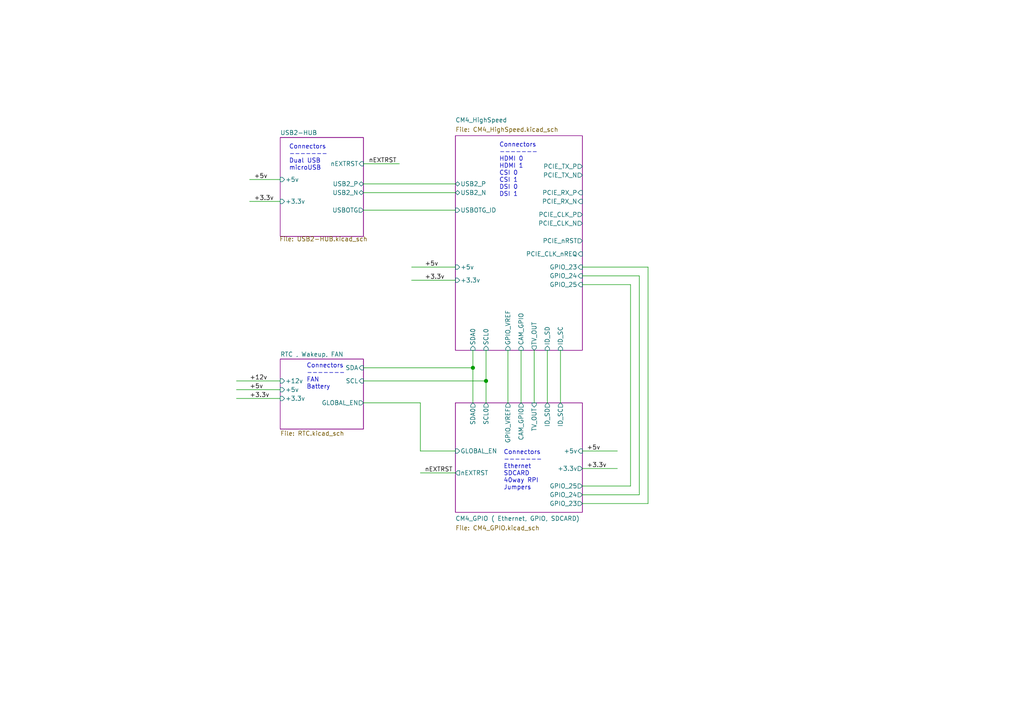
<source format=kicad_sch>
(kicad_sch
	(version 20250114)
	(generator "eeschema")
	(generator_version "9.0")
	(uuid "e63e39d7-6ac0-4ffd-8aa3-1841a4541b55")
	(paper "A4")
	(title_block
		(title "NFC terminal carreir board")
		(date "2025-08-16")
		(rev "1")
		(company "Grigorii Merkushev (aka brushknight)")
		(comment 1 "brushknight.com")
	)
	(lib_symbols)
	(text "Connectors\n-------\nFAN\nBattery"
		(exclude_from_sim no)
		(at 88.9 113.03 0)
		(effects
			(font
				(size 1.27 1.27)
			)
			(justify left bottom)
		)
		(uuid "0c30a4be-5679-499f-8c5b-5f3024f9d6cf")
	)
	(text "Connectors\n-------\nDual USB\nmicroUSB"
		(exclude_from_sim no)
		(at 83.82 49.53 0)
		(effects
			(font
				(size 1.27 1.27)
			)
			(justify left bottom)
		)
		(uuid "4dc6088c-89a5-4db7-b3ae-db4b6396ad49")
	)
	(text "Connectors\n-------\nEthernet\nSDCARD\n40way RPI\nJumpers"
		(exclude_from_sim no)
		(at 146.05 142.24 0)
		(effects
			(font
				(size 1.27 1.27)
			)
			(justify left bottom)
		)
		(uuid "a501555e-bbc7-4b58-ad89-28a0cd3dd6d0")
	)
	(text "Connectors\n-------\nHDMI 0\nHDMI 1\nCSI 0\nCSI 1\nDSI 0\nDSI 1"
		(exclude_from_sim no)
		(at 144.78 57.15 0)
		(effects
			(font
				(size 1.27 1.27)
			)
			(justify left bottom)
		)
		(uuid "db83d0af-e085-4050-8496-fa2ebdecbd62")
	)
	(junction
		(at 140.97 110.49)
		(diameter 1.016)
		(color 0 0 0 0)
		(uuid "87c78429-be2b-40ed-8d3b-56cb9666a56f")
	)
	(junction
		(at 137.16 106.68)
		(diameter 1.016)
		(color 0 0 0 0)
		(uuid "99030c03-63b4-49ba-b5ab-4d56974f7963")
	)
	(wire
		(pts
			(xy 81.28 52.07) (xy 72.39 52.07)
		)
		(stroke
			(width 0)
			(type solid)
		)
		(uuid "02165243-61a3-4857-84ba-71a77cb9a387")
	)
	(wire
		(pts
			(xy 105.41 47.498) (xy 115.824 47.498)
		)
		(stroke
			(width 0)
			(type solid)
		)
		(uuid "0f3c9e3a-9c59-4881-b27a-d0e982b3ea8e")
	)
	(wire
		(pts
			(xy 168.91 143.51) (xy 185.42 143.51)
		)
		(stroke
			(width 0)
			(type default)
		)
		(uuid "1526de64-0f7c-498d-b02d-da5355fec6ca")
	)
	(wire
		(pts
			(xy 185.42 143.51) (xy 185.42 80.01)
		)
		(stroke
			(width 0)
			(type default)
		)
		(uuid "16665491-51ff-458f-b963-7f718ae1e0d7")
	)
	(wire
		(pts
			(xy 151.13 116.84) (xy 151.13 101.6)
		)
		(stroke
			(width 0)
			(type solid)
		)
		(uuid "29256b3d-9450-4c0a-a4d4-911f04b9c140")
	)
	(wire
		(pts
			(xy 137.16 101.6) (xy 137.16 106.68)
		)
		(stroke
			(width 0)
			(type solid)
		)
		(uuid "2bef89de-08c7-4a13-9d85-67948d429ca0")
	)
	(wire
		(pts
			(xy 162.56 116.84) (xy 162.56 101.6)
		)
		(stroke
			(width 0)
			(type solid)
		)
		(uuid "2d6718e7-f18d-444d-9792-ddf1a113460c")
	)
	(wire
		(pts
			(xy 147.32 101.6) (xy 147.32 116.84)
		)
		(stroke
			(width 0)
			(type solid)
		)
		(uuid "37e4dc66-4492-4061-908d-7213940a2ec3")
	)
	(wire
		(pts
			(xy 168.91 135.89) (xy 179.07 135.89)
		)
		(stroke
			(width 0)
			(type solid)
		)
		(uuid "43891a3c-749f-498d-ba99-685a27689b0d")
	)
	(wire
		(pts
			(xy 105.41 55.88) (xy 132.08 55.88)
		)
		(stroke
			(width 0)
			(type solid)
		)
		(uuid "46cfd089-6873-4d8b-89af-02ff30e49472")
	)
	(wire
		(pts
			(xy 140.97 110.49) (xy 140.97 101.6)
		)
		(stroke
			(width 0)
			(type solid)
		)
		(uuid "483f60da-14d7-4f88-8d01-3f9f30784c70")
	)
	(wire
		(pts
			(xy 105.41 110.49) (xy 140.97 110.49)
		)
		(stroke
			(width 0)
			(type solid)
		)
		(uuid "68b52f01-fa04-4908-bf88-60c62ace1cfa")
	)
	(wire
		(pts
			(xy 137.16 106.68) (xy 137.16 116.84)
		)
		(stroke
			(width 0)
			(type solid)
		)
		(uuid "6ca3c38c-4e71-4202-b6c1-1b25f04a27ae")
	)
	(wire
		(pts
			(xy 168.91 140.97) (xy 182.88 140.97)
		)
		(stroke
			(width 0)
			(type default)
		)
		(uuid "6ef31014-424e-4a90-949c-6dbefd3f284c")
	)
	(wire
		(pts
			(xy 185.42 80.01) (xy 168.91 80.01)
		)
		(stroke
			(width 0)
			(type default)
		)
		(uuid "775bc5ad-4be4-4cf6-a472-66f47efdc27f")
	)
	(wire
		(pts
			(xy 119.38 77.47) (xy 132.08 77.47)
		)
		(stroke
			(width 0)
			(type solid)
		)
		(uuid "7e969d15-6cc0-4258-8b27-586608a21adb")
	)
	(wire
		(pts
			(xy 81.28 58.42) (xy 72.39 58.42)
		)
		(stroke
			(width 0)
			(type solid)
		)
		(uuid "825c70b0-4860-42b7-97dc-86bfa46e06fd")
	)
	(wire
		(pts
			(xy 105.41 106.68) (xy 137.16 106.68)
		)
		(stroke
			(width 0)
			(type solid)
		)
		(uuid "9d984d1b-8097-407f-92f3-3ef68867dcfa")
	)
	(wire
		(pts
			(xy 168.91 146.05) (xy 187.96 146.05)
		)
		(stroke
			(width 0)
			(type default)
		)
		(uuid "9de9bc31-f267-4609-ac47-98a79cadbefe")
	)
	(wire
		(pts
			(xy 68.58 113.03) (xy 81.28 113.03)
		)
		(stroke
			(width 0)
			(type solid)
		)
		(uuid "9ff4672a-e1a4-4a1e-887d-1b9a3429d278")
	)
	(wire
		(pts
			(xy 158.75 101.6) (xy 158.75 116.84)
		)
		(stroke
			(width 0)
			(type solid)
		)
		(uuid "b603d26a-e034-42fb-8327-b60c5bf9cdd2")
	)
	(wire
		(pts
			(xy 105.41 116.84) (xy 121.92 116.84)
		)
		(stroke
			(width 0)
			(type solid)
		)
		(uuid "b8c83ad1-b3c9-495c-bdc6-62dead00f5ad")
	)
	(wire
		(pts
			(xy 154.94 116.84) (xy 154.94 101.6)
		)
		(stroke
			(width 0)
			(type solid)
		)
		(uuid "b994142f-02ac-4881-9587-6d3df53c96d2")
	)
	(wire
		(pts
			(xy 105.41 60.96) (xy 132.08 60.96)
		)
		(stroke
			(width 0)
			(type solid)
		)
		(uuid "bb4f0314-c44c-4dda-b85c-537120eaae9a")
	)
	(wire
		(pts
			(xy 81.28 115.57) (xy 68.58 115.57)
		)
		(stroke
			(width 0)
			(type solid)
		)
		(uuid "bbb15673-6d42-42b8-9d51-7515b3ad9ee9")
	)
	(wire
		(pts
			(xy 182.88 140.97) (xy 182.88 82.55)
		)
		(stroke
			(width 0)
			(type default)
		)
		(uuid "bc21e09b-67f7-47b6-a7e9-e989e0e2d8bc")
	)
	(wire
		(pts
			(xy 132.08 81.28) (xy 119.38 81.28)
		)
		(stroke
			(width 0)
			(type solid)
		)
		(uuid "cb868d2e-5efb-4bfb-8796-88435b326918")
	)
	(wire
		(pts
			(xy 179.07 130.81) (xy 168.91 130.81)
		)
		(stroke
			(width 0)
			(type solid)
		)
		(uuid "cbc539d2-6a10-4052-9b7a-f10326dcac67")
	)
	(wire
		(pts
			(xy 187.96 77.47) (xy 168.91 77.47)
		)
		(stroke
			(width 0)
			(type default)
		)
		(uuid "cce492b9-2b0d-4e6d-96f3-a18f5fdfaf4d")
	)
	(wire
		(pts
			(xy 187.96 146.05) (xy 187.96 77.47)
		)
		(stroke
			(width 0)
			(type default)
		)
		(uuid "d2ae5582-adae-46df-b302-34e763efcecb")
	)
	(wire
		(pts
			(xy 105.41 53.34) (xy 132.08 53.34)
		)
		(stroke
			(width 0)
			(type solid)
		)
		(uuid "e83e0227-ac0f-4180-82bd-68d3a7b56476")
	)
	(wire
		(pts
			(xy 68.58 110.49) (xy 81.28 110.49)
		)
		(stroke
			(width 0)
			(type solid)
		)
		(uuid "edc9ab4f-487a-48dc-95f2-4d87f0e9cf9e")
	)
	(wire
		(pts
			(xy 121.92 137.16) (xy 132.08 137.16)
		)
		(stroke
			(width 0)
			(type solid)
		)
		(uuid "f022716e-b121-4cbf-a833-20e924070c22")
	)
	(wire
		(pts
			(xy 121.92 130.81) (xy 121.92 116.84)
		)
		(stroke
			(width 0)
			(type solid)
		)
		(uuid "f1dd8642-b405-490b-a449-d1cc5797fda8")
	)
	(wire
		(pts
			(xy 182.88 82.55) (xy 168.91 82.55)
		)
		(stroke
			(width 0)
			(type default)
		)
		(uuid "f4170ac0-8886-416f-80ee-d890c4a2d9ec")
	)
	(wire
		(pts
			(xy 140.97 116.84) (xy 140.97 110.49)
		)
		(stroke
			(width 0)
			(type solid)
		)
		(uuid "fb03d859-dcc9-4533-b352-64830e0e5423")
	)
	(wire
		(pts
			(xy 132.08 130.81) (xy 121.92 130.81)
		)
		(stroke
			(width 0)
			(type solid)
		)
		(uuid "fc0a4225-db46-4d48-8163-d522602d57cd")
	)
	(label "+12v"
		(at 72.39 110.49 0)
		(effects
			(font
				(size 1.27 1.27)
			)
			(justify left bottom)
		)
		(uuid "4d609e7c-74c9-4ae9-a26d-946ff00c167d")
	)
	(label "+5v"
		(at 170.18 130.81 0)
		(effects
			(font
				(size 1.27 1.27)
			)
			(justify left bottom)
		)
		(uuid "55992e35-fe7b-468a-9b7a-1e4dc931b904")
	)
	(label "+5v"
		(at 123.19 77.47 0)
		(effects
			(font
				(size 1.27 1.27)
			)
			(justify left bottom)
		)
		(uuid "5740c959-93d8-47fd-8f68-62f0109e753d")
	)
	(label "+5v"
		(at 72.39 113.03 0)
		(effects
			(font
				(size 1.27 1.27)
			)
			(justify left bottom)
		)
		(uuid "786b6072-5772-4bc1-8eeb-6c4e19f2a91b")
	)
	(label "+3.3v"
		(at 73.66 58.42 0)
		(effects
			(font
				(size 1.27 1.27)
			)
			(justify left bottom)
		)
		(uuid "7e08f2a4-63d6-468b-bd8b-ec607077e023")
	)
	(label "+3.3v"
		(at 72.39 115.57 0)
		(effects
			(font
				(size 1.27 1.27)
			)
			(justify left bottom)
		)
		(uuid "9a9f2d82-f64d-4264-8bec-c182528fc4de")
	)
	(label "+3.3v"
		(at 170.18 135.89 0)
		(effects
			(font
				(size 1.27 1.27)
			)
			(justify left bottom)
		)
		(uuid "a06e8e78-f567-42e6-b645-013b1073ca31")
	)
	(label "+5v"
		(at 73.66 52.07 0)
		(effects
			(font
				(size 1.27 1.27)
			)
			(justify left bottom)
		)
		(uuid "b60c50d1-225e-415c-8712-7acb5e3dc8ea")
	)
	(label "nEXTRST"
		(at 106.934 47.498 0)
		(effects
			(font
				(size 1.27 1.27)
			)
			(justify left bottom)
		)
		(uuid "b6bcc3cf-50de-4a33-bc41-678825c1ecf2")
	)
	(label "+3.3v"
		(at 123.19 81.28 0)
		(effects
			(font
				(size 1.27 1.27)
			)
			(justify left bottom)
		)
		(uuid "c3c93de0-69b1-4a04-8e0b-d78caf487c63")
	)
	(label "nEXTRST"
		(at 123.19 137.16 0)
		(effects
			(font
				(size 1.27 1.27)
			)
			(justify left bottom)
		)
		(uuid "f9865a9f-edb8-49c7-828f-4896e1f3047a")
	)
	(sheet
		(at 132.08 116.84)
		(size 36.83 31.75)
		(exclude_from_sim no)
		(in_bom yes)
		(on_board yes)
		(dnp no)
		(stroke
			(width 0.1524)
			(type solid)
			(color 132 0 132 1)
		)
		(fill
			(color 255 255 255 0.0000)
		)
		(uuid "00000000-0000-0000-0000-00005cff706a")
		(property "Sheetname" "CM4_GPIO ( Ethernet, GPIO, SDCARD)"
			(at 132.08 151.13 0)
			(effects
				(font
					(size 1.27 1.27)
				)
				(justify left bottom)
			)
		)
		(property "Sheetfile" "CM4_GPIO.kicad_sch"
			(at 132.08 152.4 0)
			(effects
				(font
					(size 1.27 1.27)
				)
				(justify left top)
			)
		)
		(pin "ID_SC" output
			(at 162.56 116.84 90)
			(uuid "2e642b3e-a476-4c54-9a52-dcea955640cd")
			(effects
				(font
					(size 1.27 1.27)
				)
				(justify right)
			)
		)
		(pin "ID_SD" output
			(at 158.75 116.84 90)
			(uuid "5038e144-5119-49db-b6cf-f7c345f1cf03")
			(effects
				(font
					(size 1.27 1.27)
				)
				(justify right)
			)
		)
		(pin "CAM_GPIO" output
			(at 151.13 116.84 90)
			(uuid "ac264c30-3e9a-4be2-b97a-9949b68bd497")
			(effects
				(font
					(size 1.27 1.27)
				)
				(justify right)
			)
		)
		(pin "SCL0" output
			(at 140.97 116.84 90)
			(uuid "54365317-1355-4216-bb75-829375abc4ec")
			(effects
				(font
					(size 1.27 1.27)
				)
				(justify right)
			)
		)
		(pin "SDA0" output
			(at 137.16 116.84 90)
			(uuid "a3e4f0ae-9f86-49e9-b386-ed8b42e012fb")
			(effects
				(font
					(size 1.27 1.27)
				)
				(justify right)
			)
		)
		(pin "+5v" input
			(at 168.91 130.81 0)
			(uuid "a690fc6c-55d9-47e6-b533-faa4b67e20f3")
			(effects
				(font
					(size 1.27 1.27)
				)
				(justify right)
			)
		)
		(pin "+3.3v" output
			(at 168.91 135.89 0)
			(uuid "c144caa5-b0d4-4cef-840a-d4ad178a2102")
			(effects
				(font
					(size 1.27 1.27)
				)
				(justify right)
			)
		)
		(pin "nEXTRST" output
			(at 132.08 137.16 180)
			(uuid "efeac2a2-7682-4dc7-83ee-f6f1b23da506")
			(effects
				(font
					(size 1.27 1.27)
				)
				(justify left)
			)
		)
		(pin "GLOBAL_EN" input
			(at 132.08 130.81 180)
			(uuid "5fc27c35-3e1c-4f96-817c-93b5570858a6")
			(effects
				(font
					(size 1.27 1.27)
				)
				(justify left)
			)
		)
		(pin "GPIO_VREF" output
			(at 147.32 116.84 90)
			(uuid "6c9b793c-e74d-4754-a2c0-901e73b26f1c")
			(effects
				(font
					(size 1.27 1.27)
				)
				(justify right)
			)
		)
		(pin "TV_OUT" input
			(at 154.94 116.84 90)
			(uuid "6a45789b-3855-401f-8139-3c734f7f52f9")
			(effects
				(font
					(size 1.27 1.27)
				)
				(justify right)
			)
		)
		(pin "GPIO_23" output
			(at 168.91 146.05 0)
			(uuid "b6d54b49-299b-41d0-afa1-26ff59790e0e")
			(effects
				(font
					(size 1.27 1.27)
				)
				(justify right)
			)
		)
		(pin "GPIO_24" output
			(at 168.91 143.51 0)
			(uuid "3a293323-f7bc-4258-9fbe-2aa3c87fa446")
			(effects
				(font
					(size 1.27 1.27)
				)
				(justify right)
			)
		)
		(pin "GPIO_25" output
			(at 168.91 140.97 0)
			(uuid "b83766ea-4048-44c0-8f05-a7a7b1bd127f")
			(effects
				(font
					(size 1.27 1.27)
				)
				(justify right)
			)
		)
		(instances
			(project "CM4IOv5"
				(path "/e63e39d7-6ac0-4ffd-8aa3-1841a4541b55"
					(page "5")
				)
			)
		)
	)
	(sheet
		(at 132.08 39.37)
		(size 36.83 62.23)
		(exclude_from_sim no)
		(in_bom yes)
		(on_board yes)
		(dnp no)
		(stroke
			(width 0.1524)
			(type solid)
			(color 132 0 132 1)
		)
		(fill
			(color 255 255 255 0.0000)
		)
		(uuid "00000000-0000-0000-0000-00005cff70b1")
		(property "Sheetname" "CM4_HighSpeed"
			(at 132.08 35.56 0)
			(effects
				(font
					(size 1.27 1.27)
				)
				(justify left bottom)
			)
		)
		(property "Sheetfile" "CM4_HighSpeed.kicad_sch"
			(at 132.08 36.83 0)
			(effects
				(font
					(size 1.27 1.27)
				)
				(justify left top)
			)
		)
		(pin "USB2_N" bidirectional
			(at 132.08 55.88 180)
			(uuid "fd470e95-4861-44fe-b1e4-6d8a7c66e144")
			(effects
				(font
					(size 1.27 1.27)
				)
				(justify left)
			)
		)
		(pin "USB2_P" bidirectional
			(at 132.08 53.34 180)
			(uuid "8174b4de-74b1-48db-ab8e-c8432251095b")
			(effects
				(font
					(size 1.27 1.27)
				)
				(justify left)
			)
		)
		(pin "ID_SC" input
			(at 162.56 101.6 270)
			(uuid "704d6d51-bb34-4cbf-83d8-841e208048d8")
			(effects
				(font
					(size 1.27 1.27)
				)
				(justify left)
			)
		)
		(pin "ID_SD" input
			(at 158.75 101.6 270)
			(uuid "0eaa98f0-9565-4637-ace3-42a5231b07f7")
			(effects
				(font
					(size 1.27 1.27)
				)
				(justify left)
			)
		)
		(pin "CAM_GPIO" input
			(at 151.13 101.6 270)
			(uuid "181abe7a-f941-42b6-bd46-aaa3131f90fb")
			(effects
				(font
					(size 1.27 1.27)
				)
				(justify left)
			)
		)
		(pin "SCL0" input
			(at 140.97 101.6 270)
			(uuid "ce83728b-bebd-48c2-8734-b6a50d837931")
			(effects
				(font
					(size 1.27 1.27)
				)
				(justify left)
			)
		)
		(pin "SDA0" input
			(at 137.16 101.6 270)
			(uuid "c41b3c8b-634e-435a-b582-96b83bbd4032")
			(effects
				(font
					(size 1.27 1.27)
				)
				(justify left)
			)
		)
		(pin "+5v" input
			(at 132.08 77.47 180)
			(uuid "9340c285-5767-42d5-8b6d-63fe2a40ddf3")
			(effects
				(font
					(size 1.27 1.27)
				)
				(justify left)
			)
		)
		(pin "PCIE_CLK_P" output
			(at 168.91 62.23 0)
			(uuid "1831fb37-1c5d-42c4-b898-151be6fca9dc")
			(effects
				(font
					(size 1.27 1.27)
				)
				(justify right)
			)
		)
		(pin "PCIE_CLK_N" output
			(at 168.91 64.77 0)
			(uuid "0f22151c-f260-4674-b486-4710a2c42a55")
			(effects
				(font
					(size 1.27 1.27)
				)
				(justify right)
			)
		)
		(pin "PCIE_TX_P" output
			(at 168.91 48.26 0)
			(uuid "fe8d9267-7834-48d6-a191-c8724b2ee78d")
			(effects
				(font
					(size 1.27 1.27)
				)
				(justify right)
			)
		)
		(pin "PCIE_TX_N" output
			(at 168.91 50.8 0)
			(uuid "0b21a65d-d20b-411e-920a-75c343ac5136")
			(effects
				(font
					(size 1.27 1.27)
				)
				(justify right)
			)
		)
		(pin "PCIE_nRST" output
			(at 168.91 69.85 0)
			(uuid "3cd1bda0-18db-417d-b581-a0c50623df68")
			(effects
				(font
					(size 1.27 1.27)
				)
				(justify right)
			)
		)
		(pin "PCIE_RX_P" input
			(at 168.91 55.88 0)
			(uuid "d57dcfee-5058-4fc2-a68b-05f9a48f685b")
			(effects
				(font
					(size 1.27 1.27)
				)
				(justify right)
			)
		)
		(pin "PCIE_RX_N" input
			(at 168.91 58.42 0)
			(uuid "03c52831-5dc5-43c5-a442-8d23643b46fb")
			(effects
				(font
					(size 1.27 1.27)
				)
				(justify right)
			)
		)
		(pin "PCIE_CLK_nREQ" input
			(at 168.91 73.66 0)
			(uuid "a1823eb2-fb0d-4ed8-8b96-04184ac3a9d5")
			(effects
				(font
					(size 1.27 1.27)
				)
				(justify right)
			)
		)
		(pin "+3.3v" input
			(at 132.08 81.28 180)
			(uuid "29e78086-2175-405e-9ba3-c48766d2f50c")
			(effects
				(font
					(size 1.27 1.27)
				)
				(justify left)
			)
		)
		(pin "USBOTG_ID" input
			(at 132.08 60.96 180)
			(uuid "94a873dc-af67-4ef9-8159-1f7c93eeb3d7")
			(effects
				(font
					(size 1.27 1.27)
				)
				(justify left)
			)
		)
		(pin "GPIO_VREF" input
			(at 147.32 101.6 270)
			(uuid "4c8eb964-bdf4-44de-90e9-e2ab82dd5313")
			(effects
				(font
					(size 1.27 1.27)
				)
				(justify left)
			)
		)
		(pin "TV_OUT" output
			(at 154.94 101.6 270)
			(uuid "aa14c3bd-4acc-4908-9d28-228585a22a9d")
			(effects
				(font
					(size 1.27 1.27)
				)
				(justify left)
			)
		)
		(pin "GPIO_23" input
			(at 168.91 77.47 0)
			(uuid "77237798-2b2c-4ebe-836d-6c49f084c4ab")
			(effects
				(font
					(size 1.27 1.27)
				)
				(justify right)
			)
		)
		(pin "GPIO_24" input
			(at 168.91 80.01 0)
			(uuid "39dec362-99ed-4a29-b21e-561b04dfb419")
			(effects
				(font
					(size 1.27 1.27)
				)
				(justify right)
			)
		)
		(pin "GPIO_25" input
			(at 168.91 82.55 0)
			(uuid "b1214fdb-688c-4592-9ed7-39846f556fcb")
			(effects
				(font
					(size 1.27 1.27)
				)
				(justify right)
			)
		)
		(instances
			(project "CM4IOv5"
				(path "/e63e39d7-6ac0-4ffd-8aa3-1841a4541b55"
					(page "4")
				)
			)
		)
	)
	(sheet
		(at 81.28 39.878)
		(size 24.13 28.702)
		(exclude_from_sim no)
		(in_bom yes)
		(on_board yes)
		(dnp no)
		(stroke
			(width 0.1524)
			(type solid)
			(color 132 0 132 1)
		)
		(fill
			(color 255 255 255 0.0000)
		)
		(uuid "00000000-0000-0000-0000-00005e072e02")
		(property "Sheetname" "USB2-HUB"
			(at 81.28 39.2425 0)
			(effects
				(font
					(size 1.27 1.27)
				)
				(justify left bottom)
			)
		)
		(property "Sheetfile" "USB2-HUB.kicad_sch"
			(at 81.026 68.58 0)
			(effects
				(font
					(size 1.27 1.27)
				)
				(justify left top)
			)
		)
		(pin "USB2_N" bidirectional
			(at 105.41 55.88 0)
			(uuid "c01d25cd-f4bb-4ef3-b5ea-533a2a4ddb2b")
			(effects
				(font
					(size 1.27 1.27)
				)
				(justify right)
			)
		)
		(pin "USB2_P" bidirectional
			(at 105.41 53.34 0)
			(uuid "9e1b837f-0d34-4a18-9644-9ee68f141f46")
			(effects
				(font
					(size 1.27 1.27)
				)
				(justify right)
			)
		)
		(pin "+5v" input
			(at 81.28 52.07 180)
			(uuid "63ff1c93-3f96-4c33-b498-5dd8c33bccc0")
			(effects
				(font
					(size 1.27 1.27)
				)
				(justify left)
			)
		)
		(pin "+3.3v" input
			(at 81.28 58.42 180)
			(uuid "b88717bd-086f-46cd-9d3f-0396009d0996")
			(effects
				(font
					(size 1.27 1.27)
				)
				(justify left)
			)
		)
		(pin "nEXTRST" input
			(at 105.41 47.498 0)
			(uuid "61fe293f-6808-4b7f-9340-9aaac7054a97")
			(effects
				(font
					(size 1.27 1.27)
				)
				(justify right)
			)
		)
		(pin "USBOTG" output
			(at 105.41 60.96 0)
			(uuid "2f215f15-3d52-4c91-93e6-3ea03a95622f")
			(effects
				(font
					(size 1.27 1.27)
				)
				(justify right)
			)
		)
		(instances
			(project "CM4IOv5"
				(path "/e63e39d7-6ac0-4ffd-8aa3-1841a4541b55"
					(page "2")
				)
			)
		)
	)
	(sheet
		(at 81.28 104.14)
		(size 24.13 20.32)
		(exclude_from_sim no)
		(in_bom yes)
		(on_board yes)
		(dnp no)
		(stroke
			(width 0.1524)
			(type solid)
			(color 132 0 132 1)
		)
		(fill
			(color 255 255 255 0.0000)
		)
		(uuid "00000000-0000-0000-0000-00005e328d89")
		(property "Sheetname" "RTC , Wakeup, FAN"
			(at 81.28 103.5045 0)
			(effects
				(font
					(size 1.27 1.27)
				)
				(justify left bottom)
			)
		)
		(property "Sheetfile" "RTC.kicad_sch"
			(at 81.28 124.9685 0)
			(effects
				(font
					(size 1.27 1.27)
				)
				(justify left top)
			)
		)
		(pin "SCL" input
			(at 105.41 110.49 0)
			(uuid "7bbf981c-a063-4e30-8911-e4228e1c0743")
			(effects
				(font
					(size 1.27 1.27)
				)
				(justify right)
			)
		)
		(pin "SDA" input
			(at 105.41 106.68 0)
			(uuid "5528bcad-2950-4673-90eb-c37e6952c475")
			(effects
				(font
					(size 1.27 1.27)
				)
				(justify right)
			)
		)
		(pin "+5v" input
			(at 81.28 113.03 180)
			(uuid "7edc9030-db7b-43ac-a1b3-b87eeacb4c2d")
			(effects
				(font
					(size 1.27 1.27)
				)
				(justify left)
			)
		)
		(pin "+3.3v" input
			(at 81.28 115.57 180)
			(uuid "08a7c925-7fae-4530-b0c9-120e185cb318")
			(effects
				(font
					(size 1.27 1.27)
				)
				(justify left)
			)
		)
		(pin "GLOBAL_EN" output
			(at 105.41 116.84 0)
			(uuid "4a4ec8d9-3d72-4952-83d4-808f65849a2b")
			(effects
				(font
					(size 1.27 1.27)
				)
				(justify right)
			)
		)
		(pin "+12v" input
			(at 81.28 110.49 180)
			(uuid "cbd8faed-e1f8-4406-87c8-58b2c504a5d4")
			(effects
				(font
					(size 1.27 1.27)
				)
				(justify left)
			)
		)
		(instances
			(project "CM4IOv5"
				(path "/e63e39d7-6ac0-4ffd-8aa3-1841a4541b55"
					(page "3")
				)
			)
		)
	)
	(sheet_instances
		(path "/"
			(page "1")
		)
	)
	(embedded_fonts no)
)

</source>
